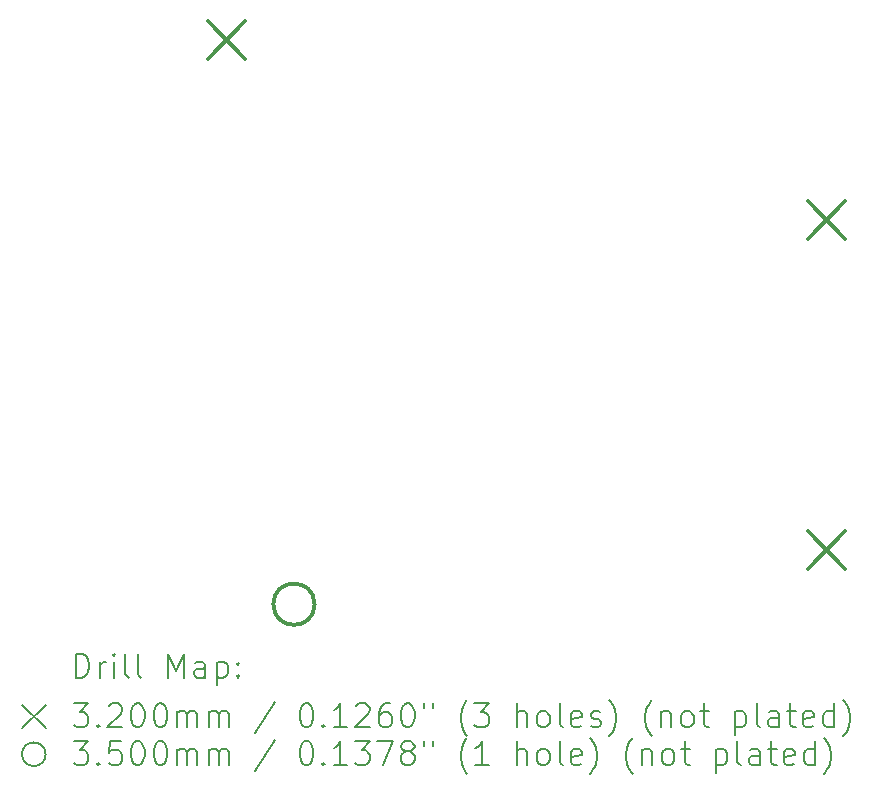
<source format=gbr>
%FSLAX45Y45*%
G04 Gerber Fmt 4.5, Leading zero omitted, Abs format (unit mm)*
G04 Created by KiCad (PCBNEW 6.0.2+dfsg-1) date 2022-10-31 09:01:42*
%MOMM*%
%LPD*%
G01*
G04 APERTURE LIST*
%ADD10C,0.200000*%
%ADD11C,0.320000*%
%ADD12C,0.350000*%
G04 APERTURE END LIST*
D10*
D11*
X15207000Y-5047000D02*
X15527000Y-5367000D01*
X15527000Y-5047000D02*
X15207000Y-5367000D01*
X20287000Y-6571000D02*
X20607000Y-6891000D01*
X20607000Y-6571000D02*
X20287000Y-6891000D01*
X20287000Y-9365000D02*
X20607000Y-9685000D01*
X20607000Y-9365000D02*
X20287000Y-9685000D01*
D12*
X16113500Y-9984500D02*
G75*
G03*
X16113500Y-9984500I-175000J0D01*
G01*
D10*
X14093119Y-10604976D02*
X14093119Y-10404976D01*
X14140738Y-10404976D01*
X14169309Y-10414500D01*
X14188357Y-10433548D01*
X14197881Y-10452595D01*
X14207405Y-10490690D01*
X14207405Y-10519262D01*
X14197881Y-10557357D01*
X14188357Y-10576405D01*
X14169309Y-10595452D01*
X14140738Y-10604976D01*
X14093119Y-10604976D01*
X14293119Y-10604976D02*
X14293119Y-10471643D01*
X14293119Y-10509738D02*
X14302643Y-10490690D01*
X14312167Y-10481167D01*
X14331214Y-10471643D01*
X14350262Y-10471643D01*
X14416928Y-10604976D02*
X14416928Y-10471643D01*
X14416928Y-10404976D02*
X14407405Y-10414500D01*
X14416928Y-10424024D01*
X14426452Y-10414500D01*
X14416928Y-10404976D01*
X14416928Y-10424024D01*
X14540738Y-10604976D02*
X14521690Y-10595452D01*
X14512167Y-10576405D01*
X14512167Y-10404976D01*
X14645500Y-10604976D02*
X14626452Y-10595452D01*
X14616928Y-10576405D01*
X14616928Y-10404976D01*
X14874071Y-10604976D02*
X14874071Y-10404976D01*
X14940738Y-10547833D01*
X15007405Y-10404976D01*
X15007405Y-10604976D01*
X15188357Y-10604976D02*
X15188357Y-10500214D01*
X15178833Y-10481167D01*
X15159786Y-10471643D01*
X15121690Y-10471643D01*
X15102643Y-10481167D01*
X15188357Y-10595452D02*
X15169309Y-10604976D01*
X15121690Y-10604976D01*
X15102643Y-10595452D01*
X15093119Y-10576405D01*
X15093119Y-10557357D01*
X15102643Y-10538310D01*
X15121690Y-10528786D01*
X15169309Y-10528786D01*
X15188357Y-10519262D01*
X15283595Y-10471643D02*
X15283595Y-10671643D01*
X15283595Y-10481167D02*
X15302643Y-10471643D01*
X15340738Y-10471643D01*
X15359786Y-10481167D01*
X15369309Y-10490690D01*
X15378833Y-10509738D01*
X15378833Y-10566881D01*
X15369309Y-10585929D01*
X15359786Y-10595452D01*
X15340738Y-10604976D01*
X15302643Y-10604976D01*
X15283595Y-10595452D01*
X15464548Y-10585929D02*
X15474071Y-10595452D01*
X15464548Y-10604976D01*
X15455024Y-10595452D01*
X15464548Y-10585929D01*
X15464548Y-10604976D01*
X15464548Y-10481167D02*
X15474071Y-10490690D01*
X15464548Y-10500214D01*
X15455024Y-10490690D01*
X15464548Y-10481167D01*
X15464548Y-10500214D01*
X13635500Y-10834500D02*
X13835500Y-11034500D01*
X13835500Y-10834500D02*
X13635500Y-11034500D01*
X14074071Y-10824976D02*
X14197881Y-10824976D01*
X14131214Y-10901167D01*
X14159786Y-10901167D01*
X14178833Y-10910690D01*
X14188357Y-10920214D01*
X14197881Y-10939262D01*
X14197881Y-10986881D01*
X14188357Y-11005929D01*
X14178833Y-11015452D01*
X14159786Y-11024976D01*
X14102643Y-11024976D01*
X14083595Y-11015452D01*
X14074071Y-11005929D01*
X14283595Y-11005929D02*
X14293119Y-11015452D01*
X14283595Y-11024976D01*
X14274071Y-11015452D01*
X14283595Y-11005929D01*
X14283595Y-11024976D01*
X14369309Y-10844024D02*
X14378833Y-10834500D01*
X14397881Y-10824976D01*
X14445500Y-10824976D01*
X14464548Y-10834500D01*
X14474071Y-10844024D01*
X14483595Y-10863071D01*
X14483595Y-10882119D01*
X14474071Y-10910690D01*
X14359786Y-11024976D01*
X14483595Y-11024976D01*
X14607405Y-10824976D02*
X14626452Y-10824976D01*
X14645500Y-10834500D01*
X14655024Y-10844024D01*
X14664548Y-10863071D01*
X14674071Y-10901167D01*
X14674071Y-10948786D01*
X14664548Y-10986881D01*
X14655024Y-11005929D01*
X14645500Y-11015452D01*
X14626452Y-11024976D01*
X14607405Y-11024976D01*
X14588357Y-11015452D01*
X14578833Y-11005929D01*
X14569309Y-10986881D01*
X14559786Y-10948786D01*
X14559786Y-10901167D01*
X14569309Y-10863071D01*
X14578833Y-10844024D01*
X14588357Y-10834500D01*
X14607405Y-10824976D01*
X14797881Y-10824976D02*
X14816928Y-10824976D01*
X14835976Y-10834500D01*
X14845500Y-10844024D01*
X14855024Y-10863071D01*
X14864548Y-10901167D01*
X14864548Y-10948786D01*
X14855024Y-10986881D01*
X14845500Y-11005929D01*
X14835976Y-11015452D01*
X14816928Y-11024976D01*
X14797881Y-11024976D01*
X14778833Y-11015452D01*
X14769309Y-11005929D01*
X14759786Y-10986881D01*
X14750262Y-10948786D01*
X14750262Y-10901167D01*
X14759786Y-10863071D01*
X14769309Y-10844024D01*
X14778833Y-10834500D01*
X14797881Y-10824976D01*
X14950262Y-11024976D02*
X14950262Y-10891643D01*
X14950262Y-10910690D02*
X14959786Y-10901167D01*
X14978833Y-10891643D01*
X15007405Y-10891643D01*
X15026452Y-10901167D01*
X15035976Y-10920214D01*
X15035976Y-11024976D01*
X15035976Y-10920214D02*
X15045500Y-10901167D01*
X15064548Y-10891643D01*
X15093119Y-10891643D01*
X15112167Y-10901167D01*
X15121690Y-10920214D01*
X15121690Y-11024976D01*
X15216928Y-11024976D02*
X15216928Y-10891643D01*
X15216928Y-10910690D02*
X15226452Y-10901167D01*
X15245500Y-10891643D01*
X15274071Y-10891643D01*
X15293119Y-10901167D01*
X15302643Y-10920214D01*
X15302643Y-11024976D01*
X15302643Y-10920214D02*
X15312167Y-10901167D01*
X15331214Y-10891643D01*
X15359786Y-10891643D01*
X15378833Y-10901167D01*
X15388357Y-10920214D01*
X15388357Y-11024976D01*
X15778833Y-10815452D02*
X15607405Y-11072595D01*
X16035976Y-10824976D02*
X16055024Y-10824976D01*
X16074071Y-10834500D01*
X16083595Y-10844024D01*
X16093119Y-10863071D01*
X16102643Y-10901167D01*
X16102643Y-10948786D01*
X16093119Y-10986881D01*
X16083595Y-11005929D01*
X16074071Y-11015452D01*
X16055024Y-11024976D01*
X16035976Y-11024976D01*
X16016928Y-11015452D01*
X16007405Y-11005929D01*
X15997881Y-10986881D01*
X15988357Y-10948786D01*
X15988357Y-10901167D01*
X15997881Y-10863071D01*
X16007405Y-10844024D01*
X16016928Y-10834500D01*
X16035976Y-10824976D01*
X16188357Y-11005929D02*
X16197881Y-11015452D01*
X16188357Y-11024976D01*
X16178833Y-11015452D01*
X16188357Y-11005929D01*
X16188357Y-11024976D01*
X16388357Y-11024976D02*
X16274071Y-11024976D01*
X16331214Y-11024976D02*
X16331214Y-10824976D01*
X16312167Y-10853548D01*
X16293119Y-10872595D01*
X16274071Y-10882119D01*
X16464548Y-10844024D02*
X16474071Y-10834500D01*
X16493119Y-10824976D01*
X16540738Y-10824976D01*
X16559786Y-10834500D01*
X16569309Y-10844024D01*
X16578833Y-10863071D01*
X16578833Y-10882119D01*
X16569309Y-10910690D01*
X16455024Y-11024976D01*
X16578833Y-11024976D01*
X16750262Y-10824976D02*
X16712167Y-10824976D01*
X16693119Y-10834500D01*
X16683595Y-10844024D01*
X16664548Y-10872595D01*
X16655024Y-10910690D01*
X16655024Y-10986881D01*
X16664548Y-11005929D01*
X16674071Y-11015452D01*
X16693119Y-11024976D01*
X16731214Y-11024976D01*
X16750262Y-11015452D01*
X16759786Y-11005929D01*
X16769309Y-10986881D01*
X16769309Y-10939262D01*
X16759786Y-10920214D01*
X16750262Y-10910690D01*
X16731214Y-10901167D01*
X16693119Y-10901167D01*
X16674071Y-10910690D01*
X16664548Y-10920214D01*
X16655024Y-10939262D01*
X16893119Y-10824976D02*
X16912167Y-10824976D01*
X16931214Y-10834500D01*
X16940738Y-10844024D01*
X16950262Y-10863071D01*
X16959786Y-10901167D01*
X16959786Y-10948786D01*
X16950262Y-10986881D01*
X16940738Y-11005929D01*
X16931214Y-11015452D01*
X16912167Y-11024976D01*
X16893119Y-11024976D01*
X16874071Y-11015452D01*
X16864548Y-11005929D01*
X16855024Y-10986881D01*
X16845500Y-10948786D01*
X16845500Y-10901167D01*
X16855024Y-10863071D01*
X16864548Y-10844024D01*
X16874071Y-10834500D01*
X16893119Y-10824976D01*
X17035976Y-10824976D02*
X17035976Y-10863071D01*
X17112167Y-10824976D02*
X17112167Y-10863071D01*
X17407405Y-11101167D02*
X17397881Y-11091643D01*
X17378833Y-11063071D01*
X17369310Y-11044024D01*
X17359786Y-11015452D01*
X17350262Y-10967833D01*
X17350262Y-10929738D01*
X17359786Y-10882119D01*
X17369310Y-10853548D01*
X17378833Y-10834500D01*
X17397881Y-10805929D01*
X17407405Y-10796405D01*
X17464548Y-10824976D02*
X17588357Y-10824976D01*
X17521690Y-10901167D01*
X17550262Y-10901167D01*
X17569310Y-10910690D01*
X17578833Y-10920214D01*
X17588357Y-10939262D01*
X17588357Y-10986881D01*
X17578833Y-11005929D01*
X17569310Y-11015452D01*
X17550262Y-11024976D01*
X17493119Y-11024976D01*
X17474071Y-11015452D01*
X17464548Y-11005929D01*
X17826452Y-11024976D02*
X17826452Y-10824976D01*
X17912167Y-11024976D02*
X17912167Y-10920214D01*
X17902643Y-10901167D01*
X17883595Y-10891643D01*
X17855024Y-10891643D01*
X17835976Y-10901167D01*
X17826452Y-10910690D01*
X18035976Y-11024976D02*
X18016929Y-11015452D01*
X18007405Y-11005929D01*
X17997881Y-10986881D01*
X17997881Y-10929738D01*
X18007405Y-10910690D01*
X18016929Y-10901167D01*
X18035976Y-10891643D01*
X18064548Y-10891643D01*
X18083595Y-10901167D01*
X18093119Y-10910690D01*
X18102643Y-10929738D01*
X18102643Y-10986881D01*
X18093119Y-11005929D01*
X18083595Y-11015452D01*
X18064548Y-11024976D01*
X18035976Y-11024976D01*
X18216929Y-11024976D02*
X18197881Y-11015452D01*
X18188357Y-10996405D01*
X18188357Y-10824976D01*
X18369310Y-11015452D02*
X18350262Y-11024976D01*
X18312167Y-11024976D01*
X18293119Y-11015452D01*
X18283595Y-10996405D01*
X18283595Y-10920214D01*
X18293119Y-10901167D01*
X18312167Y-10891643D01*
X18350262Y-10891643D01*
X18369310Y-10901167D01*
X18378833Y-10920214D01*
X18378833Y-10939262D01*
X18283595Y-10958310D01*
X18455024Y-11015452D02*
X18474071Y-11024976D01*
X18512167Y-11024976D01*
X18531214Y-11015452D01*
X18540738Y-10996405D01*
X18540738Y-10986881D01*
X18531214Y-10967833D01*
X18512167Y-10958310D01*
X18483595Y-10958310D01*
X18464548Y-10948786D01*
X18455024Y-10929738D01*
X18455024Y-10920214D01*
X18464548Y-10901167D01*
X18483595Y-10891643D01*
X18512167Y-10891643D01*
X18531214Y-10901167D01*
X18607405Y-11101167D02*
X18616929Y-11091643D01*
X18635976Y-11063071D01*
X18645500Y-11044024D01*
X18655024Y-11015452D01*
X18664548Y-10967833D01*
X18664548Y-10929738D01*
X18655024Y-10882119D01*
X18645500Y-10853548D01*
X18635976Y-10834500D01*
X18616929Y-10805929D01*
X18607405Y-10796405D01*
X18969310Y-11101167D02*
X18959786Y-11091643D01*
X18940738Y-11063071D01*
X18931214Y-11044024D01*
X18921690Y-11015452D01*
X18912167Y-10967833D01*
X18912167Y-10929738D01*
X18921690Y-10882119D01*
X18931214Y-10853548D01*
X18940738Y-10834500D01*
X18959786Y-10805929D01*
X18969310Y-10796405D01*
X19045500Y-10891643D02*
X19045500Y-11024976D01*
X19045500Y-10910690D02*
X19055024Y-10901167D01*
X19074071Y-10891643D01*
X19102643Y-10891643D01*
X19121690Y-10901167D01*
X19131214Y-10920214D01*
X19131214Y-11024976D01*
X19255024Y-11024976D02*
X19235976Y-11015452D01*
X19226452Y-11005929D01*
X19216929Y-10986881D01*
X19216929Y-10929738D01*
X19226452Y-10910690D01*
X19235976Y-10901167D01*
X19255024Y-10891643D01*
X19283595Y-10891643D01*
X19302643Y-10901167D01*
X19312167Y-10910690D01*
X19321690Y-10929738D01*
X19321690Y-10986881D01*
X19312167Y-11005929D01*
X19302643Y-11015452D01*
X19283595Y-11024976D01*
X19255024Y-11024976D01*
X19378833Y-10891643D02*
X19455024Y-10891643D01*
X19407405Y-10824976D02*
X19407405Y-10996405D01*
X19416929Y-11015452D01*
X19435976Y-11024976D01*
X19455024Y-11024976D01*
X19674071Y-10891643D02*
X19674071Y-11091643D01*
X19674071Y-10901167D02*
X19693119Y-10891643D01*
X19731214Y-10891643D01*
X19750262Y-10901167D01*
X19759786Y-10910690D01*
X19769310Y-10929738D01*
X19769310Y-10986881D01*
X19759786Y-11005929D01*
X19750262Y-11015452D01*
X19731214Y-11024976D01*
X19693119Y-11024976D01*
X19674071Y-11015452D01*
X19883595Y-11024976D02*
X19864548Y-11015452D01*
X19855024Y-10996405D01*
X19855024Y-10824976D01*
X20045500Y-11024976D02*
X20045500Y-10920214D01*
X20035976Y-10901167D01*
X20016929Y-10891643D01*
X19978833Y-10891643D01*
X19959786Y-10901167D01*
X20045500Y-11015452D02*
X20026452Y-11024976D01*
X19978833Y-11024976D01*
X19959786Y-11015452D01*
X19950262Y-10996405D01*
X19950262Y-10977357D01*
X19959786Y-10958310D01*
X19978833Y-10948786D01*
X20026452Y-10948786D01*
X20045500Y-10939262D01*
X20112167Y-10891643D02*
X20188357Y-10891643D01*
X20140738Y-10824976D02*
X20140738Y-10996405D01*
X20150262Y-11015452D01*
X20169310Y-11024976D01*
X20188357Y-11024976D01*
X20331214Y-11015452D02*
X20312167Y-11024976D01*
X20274071Y-11024976D01*
X20255024Y-11015452D01*
X20245500Y-10996405D01*
X20245500Y-10920214D01*
X20255024Y-10901167D01*
X20274071Y-10891643D01*
X20312167Y-10891643D01*
X20331214Y-10901167D01*
X20340738Y-10920214D01*
X20340738Y-10939262D01*
X20245500Y-10958310D01*
X20512167Y-11024976D02*
X20512167Y-10824976D01*
X20512167Y-11015452D02*
X20493119Y-11024976D01*
X20455024Y-11024976D01*
X20435976Y-11015452D01*
X20426452Y-11005929D01*
X20416929Y-10986881D01*
X20416929Y-10929738D01*
X20426452Y-10910690D01*
X20435976Y-10901167D01*
X20455024Y-10891643D01*
X20493119Y-10891643D01*
X20512167Y-10901167D01*
X20588357Y-11101167D02*
X20597881Y-11091643D01*
X20616929Y-11063071D01*
X20626452Y-11044024D01*
X20635976Y-11015452D01*
X20645500Y-10967833D01*
X20645500Y-10929738D01*
X20635976Y-10882119D01*
X20626452Y-10853548D01*
X20616929Y-10834500D01*
X20597881Y-10805929D01*
X20588357Y-10796405D01*
X13835500Y-11254500D02*
G75*
G03*
X13835500Y-11254500I-100000J0D01*
G01*
X14074071Y-11144976D02*
X14197881Y-11144976D01*
X14131214Y-11221167D01*
X14159786Y-11221167D01*
X14178833Y-11230690D01*
X14188357Y-11240214D01*
X14197881Y-11259262D01*
X14197881Y-11306881D01*
X14188357Y-11325928D01*
X14178833Y-11335452D01*
X14159786Y-11344976D01*
X14102643Y-11344976D01*
X14083595Y-11335452D01*
X14074071Y-11325928D01*
X14283595Y-11325928D02*
X14293119Y-11335452D01*
X14283595Y-11344976D01*
X14274071Y-11335452D01*
X14283595Y-11325928D01*
X14283595Y-11344976D01*
X14474071Y-11144976D02*
X14378833Y-11144976D01*
X14369309Y-11240214D01*
X14378833Y-11230690D01*
X14397881Y-11221167D01*
X14445500Y-11221167D01*
X14464548Y-11230690D01*
X14474071Y-11240214D01*
X14483595Y-11259262D01*
X14483595Y-11306881D01*
X14474071Y-11325928D01*
X14464548Y-11335452D01*
X14445500Y-11344976D01*
X14397881Y-11344976D01*
X14378833Y-11335452D01*
X14369309Y-11325928D01*
X14607405Y-11144976D02*
X14626452Y-11144976D01*
X14645500Y-11154500D01*
X14655024Y-11164024D01*
X14664548Y-11183071D01*
X14674071Y-11221167D01*
X14674071Y-11268786D01*
X14664548Y-11306881D01*
X14655024Y-11325928D01*
X14645500Y-11335452D01*
X14626452Y-11344976D01*
X14607405Y-11344976D01*
X14588357Y-11335452D01*
X14578833Y-11325928D01*
X14569309Y-11306881D01*
X14559786Y-11268786D01*
X14559786Y-11221167D01*
X14569309Y-11183071D01*
X14578833Y-11164024D01*
X14588357Y-11154500D01*
X14607405Y-11144976D01*
X14797881Y-11144976D02*
X14816928Y-11144976D01*
X14835976Y-11154500D01*
X14845500Y-11164024D01*
X14855024Y-11183071D01*
X14864548Y-11221167D01*
X14864548Y-11268786D01*
X14855024Y-11306881D01*
X14845500Y-11325928D01*
X14835976Y-11335452D01*
X14816928Y-11344976D01*
X14797881Y-11344976D01*
X14778833Y-11335452D01*
X14769309Y-11325928D01*
X14759786Y-11306881D01*
X14750262Y-11268786D01*
X14750262Y-11221167D01*
X14759786Y-11183071D01*
X14769309Y-11164024D01*
X14778833Y-11154500D01*
X14797881Y-11144976D01*
X14950262Y-11344976D02*
X14950262Y-11211643D01*
X14950262Y-11230690D02*
X14959786Y-11221167D01*
X14978833Y-11211643D01*
X15007405Y-11211643D01*
X15026452Y-11221167D01*
X15035976Y-11240214D01*
X15035976Y-11344976D01*
X15035976Y-11240214D02*
X15045500Y-11221167D01*
X15064548Y-11211643D01*
X15093119Y-11211643D01*
X15112167Y-11221167D01*
X15121690Y-11240214D01*
X15121690Y-11344976D01*
X15216928Y-11344976D02*
X15216928Y-11211643D01*
X15216928Y-11230690D02*
X15226452Y-11221167D01*
X15245500Y-11211643D01*
X15274071Y-11211643D01*
X15293119Y-11221167D01*
X15302643Y-11240214D01*
X15302643Y-11344976D01*
X15302643Y-11240214D02*
X15312167Y-11221167D01*
X15331214Y-11211643D01*
X15359786Y-11211643D01*
X15378833Y-11221167D01*
X15388357Y-11240214D01*
X15388357Y-11344976D01*
X15778833Y-11135452D02*
X15607405Y-11392595D01*
X16035976Y-11144976D02*
X16055024Y-11144976D01*
X16074071Y-11154500D01*
X16083595Y-11164024D01*
X16093119Y-11183071D01*
X16102643Y-11221167D01*
X16102643Y-11268786D01*
X16093119Y-11306881D01*
X16083595Y-11325928D01*
X16074071Y-11335452D01*
X16055024Y-11344976D01*
X16035976Y-11344976D01*
X16016928Y-11335452D01*
X16007405Y-11325928D01*
X15997881Y-11306881D01*
X15988357Y-11268786D01*
X15988357Y-11221167D01*
X15997881Y-11183071D01*
X16007405Y-11164024D01*
X16016928Y-11154500D01*
X16035976Y-11144976D01*
X16188357Y-11325928D02*
X16197881Y-11335452D01*
X16188357Y-11344976D01*
X16178833Y-11335452D01*
X16188357Y-11325928D01*
X16188357Y-11344976D01*
X16388357Y-11344976D02*
X16274071Y-11344976D01*
X16331214Y-11344976D02*
X16331214Y-11144976D01*
X16312167Y-11173548D01*
X16293119Y-11192595D01*
X16274071Y-11202119D01*
X16455024Y-11144976D02*
X16578833Y-11144976D01*
X16512167Y-11221167D01*
X16540738Y-11221167D01*
X16559786Y-11230690D01*
X16569309Y-11240214D01*
X16578833Y-11259262D01*
X16578833Y-11306881D01*
X16569309Y-11325928D01*
X16559786Y-11335452D01*
X16540738Y-11344976D01*
X16483595Y-11344976D01*
X16464548Y-11335452D01*
X16455024Y-11325928D01*
X16645500Y-11144976D02*
X16778833Y-11144976D01*
X16693119Y-11344976D01*
X16883595Y-11230690D02*
X16864548Y-11221167D01*
X16855024Y-11211643D01*
X16845500Y-11192595D01*
X16845500Y-11183071D01*
X16855024Y-11164024D01*
X16864548Y-11154500D01*
X16883595Y-11144976D01*
X16921690Y-11144976D01*
X16940738Y-11154500D01*
X16950262Y-11164024D01*
X16959786Y-11183071D01*
X16959786Y-11192595D01*
X16950262Y-11211643D01*
X16940738Y-11221167D01*
X16921690Y-11230690D01*
X16883595Y-11230690D01*
X16864548Y-11240214D01*
X16855024Y-11249738D01*
X16845500Y-11268786D01*
X16845500Y-11306881D01*
X16855024Y-11325928D01*
X16864548Y-11335452D01*
X16883595Y-11344976D01*
X16921690Y-11344976D01*
X16940738Y-11335452D01*
X16950262Y-11325928D01*
X16959786Y-11306881D01*
X16959786Y-11268786D01*
X16950262Y-11249738D01*
X16940738Y-11240214D01*
X16921690Y-11230690D01*
X17035976Y-11144976D02*
X17035976Y-11183071D01*
X17112167Y-11144976D02*
X17112167Y-11183071D01*
X17407405Y-11421167D02*
X17397881Y-11411643D01*
X17378833Y-11383071D01*
X17369310Y-11364024D01*
X17359786Y-11335452D01*
X17350262Y-11287833D01*
X17350262Y-11249738D01*
X17359786Y-11202119D01*
X17369310Y-11173548D01*
X17378833Y-11154500D01*
X17397881Y-11125929D01*
X17407405Y-11116405D01*
X17588357Y-11344976D02*
X17474071Y-11344976D01*
X17531214Y-11344976D02*
X17531214Y-11144976D01*
X17512167Y-11173548D01*
X17493119Y-11192595D01*
X17474071Y-11202119D01*
X17826452Y-11344976D02*
X17826452Y-11144976D01*
X17912167Y-11344976D02*
X17912167Y-11240214D01*
X17902643Y-11221167D01*
X17883595Y-11211643D01*
X17855024Y-11211643D01*
X17835976Y-11221167D01*
X17826452Y-11230690D01*
X18035976Y-11344976D02*
X18016929Y-11335452D01*
X18007405Y-11325928D01*
X17997881Y-11306881D01*
X17997881Y-11249738D01*
X18007405Y-11230690D01*
X18016929Y-11221167D01*
X18035976Y-11211643D01*
X18064548Y-11211643D01*
X18083595Y-11221167D01*
X18093119Y-11230690D01*
X18102643Y-11249738D01*
X18102643Y-11306881D01*
X18093119Y-11325928D01*
X18083595Y-11335452D01*
X18064548Y-11344976D01*
X18035976Y-11344976D01*
X18216929Y-11344976D02*
X18197881Y-11335452D01*
X18188357Y-11316405D01*
X18188357Y-11144976D01*
X18369310Y-11335452D02*
X18350262Y-11344976D01*
X18312167Y-11344976D01*
X18293119Y-11335452D01*
X18283595Y-11316405D01*
X18283595Y-11240214D01*
X18293119Y-11221167D01*
X18312167Y-11211643D01*
X18350262Y-11211643D01*
X18369310Y-11221167D01*
X18378833Y-11240214D01*
X18378833Y-11259262D01*
X18283595Y-11278309D01*
X18445500Y-11421167D02*
X18455024Y-11411643D01*
X18474071Y-11383071D01*
X18483595Y-11364024D01*
X18493119Y-11335452D01*
X18502643Y-11287833D01*
X18502643Y-11249738D01*
X18493119Y-11202119D01*
X18483595Y-11173548D01*
X18474071Y-11154500D01*
X18455024Y-11125929D01*
X18445500Y-11116405D01*
X18807405Y-11421167D02*
X18797881Y-11411643D01*
X18778833Y-11383071D01*
X18769310Y-11364024D01*
X18759786Y-11335452D01*
X18750262Y-11287833D01*
X18750262Y-11249738D01*
X18759786Y-11202119D01*
X18769310Y-11173548D01*
X18778833Y-11154500D01*
X18797881Y-11125929D01*
X18807405Y-11116405D01*
X18883595Y-11211643D02*
X18883595Y-11344976D01*
X18883595Y-11230690D02*
X18893119Y-11221167D01*
X18912167Y-11211643D01*
X18940738Y-11211643D01*
X18959786Y-11221167D01*
X18969310Y-11240214D01*
X18969310Y-11344976D01*
X19093119Y-11344976D02*
X19074071Y-11335452D01*
X19064548Y-11325928D01*
X19055024Y-11306881D01*
X19055024Y-11249738D01*
X19064548Y-11230690D01*
X19074071Y-11221167D01*
X19093119Y-11211643D01*
X19121690Y-11211643D01*
X19140738Y-11221167D01*
X19150262Y-11230690D01*
X19159786Y-11249738D01*
X19159786Y-11306881D01*
X19150262Y-11325928D01*
X19140738Y-11335452D01*
X19121690Y-11344976D01*
X19093119Y-11344976D01*
X19216929Y-11211643D02*
X19293119Y-11211643D01*
X19245500Y-11144976D02*
X19245500Y-11316405D01*
X19255024Y-11335452D01*
X19274071Y-11344976D01*
X19293119Y-11344976D01*
X19512167Y-11211643D02*
X19512167Y-11411643D01*
X19512167Y-11221167D02*
X19531214Y-11211643D01*
X19569310Y-11211643D01*
X19588357Y-11221167D01*
X19597881Y-11230690D01*
X19607405Y-11249738D01*
X19607405Y-11306881D01*
X19597881Y-11325928D01*
X19588357Y-11335452D01*
X19569310Y-11344976D01*
X19531214Y-11344976D01*
X19512167Y-11335452D01*
X19721690Y-11344976D02*
X19702643Y-11335452D01*
X19693119Y-11316405D01*
X19693119Y-11144976D01*
X19883595Y-11344976D02*
X19883595Y-11240214D01*
X19874071Y-11221167D01*
X19855024Y-11211643D01*
X19816929Y-11211643D01*
X19797881Y-11221167D01*
X19883595Y-11335452D02*
X19864548Y-11344976D01*
X19816929Y-11344976D01*
X19797881Y-11335452D01*
X19788357Y-11316405D01*
X19788357Y-11297357D01*
X19797881Y-11278309D01*
X19816929Y-11268786D01*
X19864548Y-11268786D01*
X19883595Y-11259262D01*
X19950262Y-11211643D02*
X20026452Y-11211643D01*
X19978833Y-11144976D02*
X19978833Y-11316405D01*
X19988357Y-11335452D01*
X20007405Y-11344976D01*
X20026452Y-11344976D01*
X20169310Y-11335452D02*
X20150262Y-11344976D01*
X20112167Y-11344976D01*
X20093119Y-11335452D01*
X20083595Y-11316405D01*
X20083595Y-11240214D01*
X20093119Y-11221167D01*
X20112167Y-11211643D01*
X20150262Y-11211643D01*
X20169310Y-11221167D01*
X20178833Y-11240214D01*
X20178833Y-11259262D01*
X20083595Y-11278309D01*
X20350262Y-11344976D02*
X20350262Y-11144976D01*
X20350262Y-11335452D02*
X20331214Y-11344976D01*
X20293119Y-11344976D01*
X20274071Y-11335452D01*
X20264548Y-11325928D01*
X20255024Y-11306881D01*
X20255024Y-11249738D01*
X20264548Y-11230690D01*
X20274071Y-11221167D01*
X20293119Y-11211643D01*
X20331214Y-11211643D01*
X20350262Y-11221167D01*
X20426452Y-11421167D02*
X20435976Y-11411643D01*
X20455024Y-11383071D01*
X20464548Y-11364024D01*
X20474071Y-11335452D01*
X20483595Y-11287833D01*
X20483595Y-11249738D01*
X20474071Y-11202119D01*
X20464548Y-11173548D01*
X20455024Y-11154500D01*
X20435976Y-11125929D01*
X20426452Y-11116405D01*
M02*

</source>
